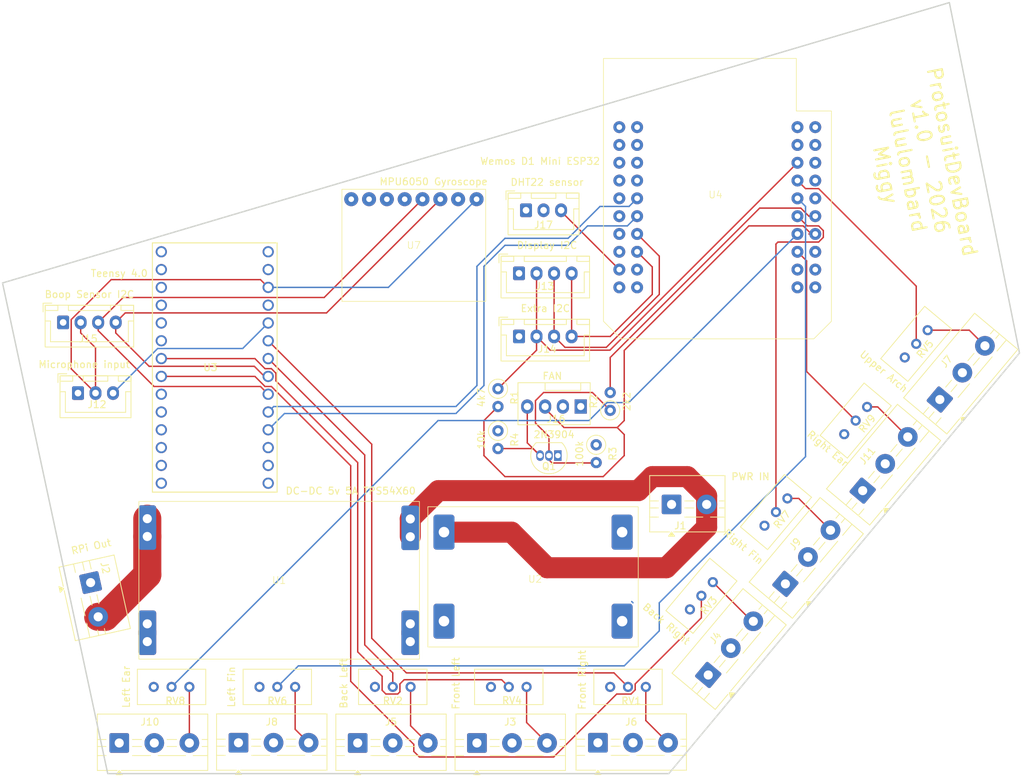
<source format=kicad_pcb>
(kicad_pcb (version 20241229) (generator "pcbnew") (generator_version "9.0")
  (layers (0 "F.Cu" power) (4 "In1.Cu" signal) (6 "In2.Cu" signal) (2 "B.Cu" power) (13 "F.Paste" user) (15 "B.Paste" user) (5 "F.SilkS" user "F.Silkscreen") (7 "B.SilkS" user "B.Silkscreen") (1 "F.Mask" user) (3 "B.Mask" user) (25 "Edge.Cuts" user))
  (net 0 "")
  (net 1 "Net-(J1-Pin_2)")
  (net 2 "Net-(J2-Pin_2)")
  (net 3 "GND")
  (net 4 "Net-(J3-Pin_3)")
  (net 5 "+5V")
  (net 6 "Net-(J4-Pin_3)")
  (net 7 "Net-(J5-Pin_3)")
  (net 8 "Net-(J6-Pin_3)")
  (net 9 "Net-(J7-Pin_3)")
  (net 10 "Net-(J8-Pin_3)")
  (net 11 "Net-(J9-Pin_3)")
  (net 12 "Net-(J10-Pin_3)")
  (net 13 "Net-(J11-Pin_3)")
  (net 14 "Net-(Q1-B)")
  (net 15 "Net-(J12-Pin_3)")
  (net 16 "Net-(J12-Pin_2)")
  (net 17 "Net-(J13-Pin_4)")
  (net 18 "Net-(J13-Pin_3)")
  (net 19 "Net-(J13-Pin_2)")
  (net 20 "Net-(J15-Pin_4)")
  (net 21 "Net-(U4-IO33)")
  (net 22 "Net-(J15-Pin_3)")
  (net 32 "Net-(U3-5_IN2)")
  (net 34 "Net-(U3-17_A3_TX4_SDA1)")
  (net 36 "Net-(U3-20_A6_TX5_LRCLK1)")
  (net 45 "Net-(U3-21_A7_RX5_BCLK1)")
  (net 48 "Net-(U3-6_OUT1D)")
  (net 51 "Net-(U3-16_A2_RX4_SCL1)")
  (net 58 "Net-(U4-IO5)")
  (net 63 "Net-(U4-IO23)")
  (net 66 "Net-(J16-Pin_3)")
  (net 73 "Net-(U4-IO19)")
  (net 74 "Net-(U4-IO18)")
  (net 77 "Net-(J16-Pin_4)")
  (net 78 "Net-(J17-Pin_3)")
  (net 83 "Net-(U4-IO26)")
  (footprint "TerminalBlock:TerminalBlock_MaiXu_MX126-5.0-02P_1x02_P5.00mm" (layer "F.Cu") (at 174.75 106.9675)
    (property "Reference" "J1" (at 1.25 3.0325 0) (layer "F.SilkS"))
    (property "Value" "PWR IN" (at 11.25 -3.9675 0) (layer "F.SilkS"))
    (pad "1" thru_hole roundrect (at 0 0) (size 2.8 2.8) (drill 1.3) (layers "*.Cu" "*.Mask") (roundrect_rratio 0.089286) (net 3 "GND"))
    (pad "2" thru_hole circle (at 5 0) (size 2.8 2.8) (drill 1.3) (layers "*.Cu" "*.Mask") (net 1 "Net-(J1-Pin_2)"))
  )
  (footprint "Connector_JST:JST_XH_B4B-XH-A_1x04_P2.50mm_Vertical" (layer "F.Cu") (at 88 81)
    (property "Reference" "J15" (at 3.580525 2.330201 0) (layer "F.SilkS"))
    (property "Value" "Boop Sensor I2C" (at 3.75 -4 0) (layer "F.SilkS"))
    (pad "1" thru_hole roundrect (at 0 0) (size 1.7 1.95) (drill 0.95) (layers "*.Cu" "*.Mask") (roundrect_rratio 0.147059) (net 3 "GND"))
    (pad "2" thru_hole oval (at 2.5 0) (size 1.7 1.95) (drill 0.95) (layers "*.Cu" "*.Mask") (net 16 "Net-(J12-Pin_2)"))
    (pad "3" thru_hole oval (at 5 0) (size 1.7 1.95) (drill 0.95) (layers "*.Cu" "*.Mask") (net 22 "Net-(J15-Pin_3)"))
    (pad "4" thru_hole oval (at 7.5 0) (size 1.7 1.95) (drill 0.95) (layers "*.Cu" "*.Mask") (net 20 "Net-(J15-Pin_4)"))
  )
  (footprint "TerminalBlock:TerminalBlock_MaiXu_MX126-5.0-03P_1x03_P5.00mm" (layer "F.Cu") (at 213 92 50)
    (property "Reference" "J7" (at 4.759106 -2.762267 50) (layer "F.SilkS"))
    (property "Value" "Upper Arch" (at -2.078123 -8.699506 140) (layer "F.SilkS"))
    (pad "1" thru_hole roundrect (at 0 0 50) (size 2.8 2.8) (drill 1.3) (layers "*.Cu" "*.Mask") (roundrect_rratio 0.089286) (net 3 "GND"))
    (pad "2" thru_hole circle (at 5 0 50) (size 2.8 2.8) (drill 1.3) (layers "*.Cu" "*.Mask") (net 5 "+5V"))
    (pad "3" thru_hole circle (at 10 0 50) (size 2.8 2.8) (drill 1.3) (layers "*.Cu" "*.Mask") (net 9 "Net-(J7-Pin_3)"))
  )
  (footprint "Potentiometer_THT:Potentiometer_Bourns_3296W_Vertical" (layer "F.Cu") (at 106 133)
    (property "Reference" "RV8" (at -2 2 0) (layer "F.SilkS"))
    (property "Value" "Left Ear Adj" (hide yes))
    (pad "1" thru_hole circle (at 0 0) (size 1.44 1.44) (drill 0.8) (layers "*.Cu" "*.Mask") (net 12 "Net-(J10-Pin_3)"))
    (pad "2" thru_hole circle (at -2.54 0) (size 1.44 1.44) (drill 0.8) (layers "*.Cu" "*.Mask") (net 74 "Net-(U4-IO18)"))
    (pad "3" thru_hole circle (at -5.08 0) (size 1.44 1.44) (drill 0.8) (layers "*.Cu" "*.Mask"))
  )
  (footprint "Resistor_THT:R_Axial_DIN0207_L6.3mm_D2.5mm_P2.54mm_Vertical" (layer "F.Cu") (at 164 98.46 -90)
    (property "Reference" "R3" (at 1.27 -2.37 90) (layer "F.SilkS"))
    (property "Value" "100k" (at 1.27 2.37 90) (layer "F.SilkS"))
    (pad "1" thru_hole circle (at 0 0 270) (size 1.6 1.6) (drill 0.8) (layers "*.Cu" "*.Mask") (net 3 "GND"))
    (pad "2" thru_hole circle (at 2.54 0 270) (size 1.6 1.6) (drill 0.8) (layers "*.Cu" "*.Mask") (net 14 "Net-(Q1-B)"))
  )
  (footprint "Aliexpress:DC_DC_5V_8A_CRDC2580" (layer "F.Cu") (at 155 116)
    (property "Reference" "U2" (at 0.3 1.62 0) (layer "F.SilkS") (effects (font (thickness 0.1))))
    (property "Value" "DC-DC 5v 8A CRDC2580")
    (pad "1" thru_hole roundrect (at -12.7 -5.08) (size 3 5) (drill 1.5) (layers "*.Cu" "*.Mask") (roundrect_rratio 0.15) (net 1 "Net-(J1-Pin_2)"))
    (pad "2" thru_hole roundrect (at -12.7 7.62) (size 3 5) (drill 1.5) (layers "*.Cu" "*.Mask") (roundrect_rratio 0.15) (net 3 "GND"))
    (pad "3" thru_hole roundrect (at 12.7 -5.08) (size 3 5) (drill 1.5) (layers "*.Cu" "*.Mask") (roundrect_rratio 0.15) (net 5 "+5V"))
    (pad "4" thru_hole roundrect (at 12.7 7.62) (size 3 5) (drill 1.5) (layers "*.Cu" "*.Mask") (roundrect_rratio 0.15) (net 3 "GND"))
  )
  (footprint "Aliexpress:DC_DC_5V_5A_TPS54X60" (layer "F.Cu") (at 120 119.04 180)
    (property "Reference" "U1" (at 1.21 1.25 0) (layer "F.SilkS") (effects (font (thickness 0.1))))
    (property "Value" "DC-DC 5v 5A TPS54X60" (at -9 14 0) (layer "F.SilkS"))
    (pad "1" thru_hole roundrect (at -17.5 7.459999 180) (size 2.54 3.81) (drill 1.3) (layers "*.Cu" "*.Mask") (roundrect_rratio 0.15) (net 1 "Net-(J1-Pin_2)"))
    (pad "1" thru_hole roundrect (at -17.5 10 180) (size 2.54 3.81) (drill 1.3) (layers "*.Cu" "*.Mask") (roundrect_rratio 0.15) (net 1 "Net-(J1-Pin_2)"))
    (pad "2" thru_hole roundrect (at -17.5 -7.5 180) (size 2.54 3.81) (drill 1.3) (layers "*.Cu" "*.Mask") (roundrect_rratio 0.15) (net 3 "GND"))
    (pad "2" thru_hole roundrect (at -17.5 -4.96 180) (size 2.54 3.81) (drill 1.3) (layers "*.Cu" "*.Mask") (roundrect_rratio 0.15) (net 3 "GND"))
    (pad "3" thru_hole roundrect (at 20 7.5 180) (size 2.54 3.81) (drill 1.3) (layers "*.Cu" "*.Mask") (roundrect_rratio 0.15) (net 2 "Net-(J2-Pin_2)"))
    (pad "3" thru_hole roundrect (at 20 10.04 180) (size 2.54 3.81) (drill 1.3) (layers "*.Cu" "*.Mask") (roundrect_rratio 0.15) (net 2 "Net-(J2-Pin_2)"))
    (pad "4" thru_hole roundrect (at 20 -7.5 180) (size 2.54 3.81) (drill 1.3) (layers "*.Cu" "*.Mask") (roundrect_rratio 0.15) (net 3 "GND"))
    (pad "4" thru_hole roundrect (at 20 -4.959999 180) (size 2.54 3.81) (drill 1.3) (layers "*.Cu" "*.Mask") (roundrect_rratio 0.15) (net 3 "GND"))
  )
  (footprint "TerminalBlock:TerminalBlock_MaiXu_MX126-5.0-03P_1x03_P5.00mm" (layer "F.Cu") (at 130 141)
    (property "Reference" "J5" (at 4.75 -3 0) (layer "F.SilkS"))
    (property "Value" "Back Left" (at -2 -8.5 90) (layer "F.SilkS"))
    (pad "1" thru_hole roundrect (at 0 0) (size 2.8 2.8) (drill 1.3) (layers "*.Cu" "*.Mask") (roundrect_rratio 0.089286) (net 3 "GND"))
    (pad "2" thru_hole circle (at 5 0) (size 2.8 2.8) (drill 1.3) (layers "*.Cu" "*.Mask") (net 5 "+5V"))
    (pad "3" thru_hole circle (at 10 0) (size 2.8 2.8) (drill 1.3) (layers "*.Cu" "*.Mask") (net 7 "Net-(J5-Pin_3)"))
  )
  (footprint "Resistor_THT:R_Axial_DIN0207_L6.3mm_D2.5mm_P2.54mm_Vertical" (layer "F.Cu") (at 166 93.54 90)
    (property "Reference" "R2" (at 1.27 -2.37 90) (layer "F.SilkS"))
    (property "Value" "2k2" (at 1.27 2.37 90) (layer "F.SilkS"))
    (pad "1" thru_hole circle (at 0 0 90) (size 1.6 1.6) (drill 0.8) (layers "*.Cu" "*.Mask") (net 14 "Net-(Q1-B)"))
    (pad "2" thru_hole circle (at 2.54 0 90) (size 1.6 1.6) (drill 0.8) (layers "*.Cu" "*.Mask") (net 21 "Net-(U4-IO33)"))
  )
  (footprint "TerminalBlock:TerminalBlock_MaiXu_MX126-5.0-03P_1x03_P5.00mm" (layer "F.Cu") (at 96 141)
    (property "Reference" "J10" (at 4.38 -3 0) (layer "F.SilkS"))
    (property "Value" "Left Ear" (at 1 -8 90) (layer "F.SilkS"))
    (pad "1" thru_hole roundrect (at 0 0) (size 2.8 2.8) (drill 1.3) (layers "*.Cu" "*.Mask") (roundrect_rratio 0.089286) (net 3 "GND"))
    (pad "2" thru_hole circle (at 5 0) (size 2.8 2.8) (drill 1.3) (layers "*.Cu" "*.Mask") (net 5 "+5V"))
    (pad "3" thru_hole circle (at 10 0) (size 2.8 2.8) (drill 1.3) (layers "*.Cu" "*.Mask") (net 12 "Net-(J10-Pin_3)"))
  )
  (footprint "Potentiometer_THT:Potentiometer_Bourns_3296W_Vertical" (layer "F.Cu") (at 121.08 133)
    (property "Reference" "RV6" (at -2.54 2 0) (layer "F.SilkS"))
    (property "Value" "Left Fin Adj" (hide yes))
    (pad "1" thru_hole circle (at 0 0) (size 1.44 1.44) (drill 0.8) (layers "*.Cu" "*.Mask") (net 10 "Net-(J8-Pin_3)"))
    (pad "2" thru_hole circle (at -2.54 0) (size 1.44 1.44) (drill 0.8) (layers "*.Cu" "*.Mask") (net 63 "Net-(U4-IO23)"))
    (pad "3" thru_hole circle (at -5.08 0) (size 1.44 1.44) (drill 0.8) (layers "*.Cu" "*.Mask"))
  )
  (footprint "Connector:FanPinHeader_1x04_P2.54mm_Vertical_No_Via" (layer "F.Cu") (at 161.8 93 180)
    (property "Reference" "J16" (at 3.516761 -1.778602 0) (layer "F.SilkS"))
    (property "Value" "FAN" (at 4.05 4.35 0) (layer "F.SilkS"))
    (pad "1" thru_hole rect (at 0 0 270) (size 2.03 1.73) (drill 1.02) (layers "*.Cu" "*.Mask") (net 3 "GND"))
    (pad "2" thru_hole oval (at 2.54 0 270) (size 2.03 1.73) (drill 1.02) (layers "*.Cu" "*.Mask") (net 5 "+5V"))
    (pad "3" thru_hole oval (at 5.08 0 270) (size 2.03 1.73) (drill 1.02) (layers "*.Cu" "*.Mask") (net 66 "Net-(J16-Pin_3)"))
    (pad "4" thru_hole oval (at 7.62 0 270) (size 2.03 1.73) (drill 1.02) (layers "*.Cu" "*.Mask") (net 77 "Net-(J16-Pin_4)"))
  )
  (footprint "Connector_JST:JST_XH_B3B-XH-A_1x03_P2.50mm_Vertical" (layer "F.Cu") (at 90.11852 91.082198)
    (property "Reference" "J12" (at 2.712448 1.625615 0) (layer "F.SilkS"))
    (property "Value" "Microphone input" (at 0.88148 -4.082198 0) (layer "F.SilkS"))
    (pad "1" thru_hole roundrect (at 0 0) (size 1.7 1.95) (drill 0.95) (layers "*.Cu" "*.Mask") (roundrect_rratio 0.147059) (net 3 "GND"))
    (pad "2" thru_hole oval (at 2.5 0) (size 1.7 1.95) (drill 0.95) (layers "*.Cu" "*.Mask") (net 16 "Net-(J12-Pin_2)"))
    (pad "3" thru_hole oval (at 5 0) (size 1.7 1.95) (drill 0.95) (layers "*.Cu" "*.Mask") (net 15 "Net-(J12-Pin_3)"))
  )
  (footprint "TerminalBlock:TerminalBlock_MaiXu_MX126-5.0-03P_1x03_P5.00mm" (layer "F.Cu") (at 147 141)
    (property "Reference" "J3" (at 4.75 -3 0) (layer "F.SilkS"))
    (property "Value" "Front Left" (at -3 -8.5 90) (layer "F.SilkS"))
    (pad "1" thru_hole roundrect (at 0 0) (size 2.8 2.8) (drill 1.3) (layers "*.Cu" "*.Mask") (roundrect_rratio 0.089286) (net 3 "GND"))
    (pad "2" thru_hole circle (at 5 0) (size 2.8 2.8) (drill 1.3) (layers "*.Cu" "*.Mask") (net 5 "+5V"))
    (pad "3" thru_hole circle (at 10 0) (size 2.8 2.8) (drill 1.3) (layers "*.Cu" "*.Mask") (net 4 "Net-(J3-Pin_3)"))
  )
  (footprint "TerminalBlock:TerminalBlock_MaiXu_MX126-5.0-03P_1x03_P5.00mm" (layer "F.Cu") (at 202 105 50)
    (property "Reference" "J11" (at 4.236703 -2.695161 50) (layer "F.SilkS"))
    (property "Value" "Right Ear" (at 1.382329 -7.686948 140) (layer "F.SilkS"))
    (pad "1" thru_hole roundrect (at 0 0 50) (size 2.8 2.8) (drill 1.3) (layers "*.Cu" "*.Mask") (roundrect_rratio 0.089286) (net 3 "GND"))
    (pad "2" thru_hole circle (at 5 0 50) (size 2.8 2.8) (drill 1.3) (layers "*.Cu" "*.Mask") (net 5 "+5V"))
    (pad "3" thru_hole circle (at 10 0 50) (size 2.8 2.8) (drill 1.3) (layers "*.Cu" "*.Mask") (net 13 "Net-(J11-Pin_3)"))
  )
  (footprint "Potentiometer_THT:Potentiometer_Bourns_3296W_Vertical" (layer "F.Cu") (at 180.632681 118.054247 50)
    (property "Reference" "RV3" (at -2.926003 1.708353 50) (layer "F.SilkS"))
    (property "Value" "Back Right Adj" (hide yes))
    (pad "1" thru_hole circle (at 0 0 50) (size 1.44 1.44) (drill 0.8) (layers "*.Cu" "*.Mask") (net 6 "Net-(J4-Pin_3)"))
    (pad "2" thru_hole circle (at -2.54 0 50) (size 1.44 1.44) (drill 0.8) (layers "*.Cu" "*.Mask") (net 48 "Net-(U3-6_OUT1D)"))
    (pad "3" thru_hole circle (at -5.08 0 50) (size 1.44 1.44) (drill 0.8) (layers "*.Cu" "*.Mask"))
  )
  (footprint "TerminalBlock:TerminalBlock_MaiXu_MX126-5.0-03P_1x03_P5.00mm" (layer "F.Cu") (at 179.980466 131.300224 50)
    (property "Reference" "J4" (at 4.715551 -2.62591 50) (layer "F.SilkS"))
    (property "Value" "Back Right" (at 1.748127 -9.273796 140) (layer "F.SilkS"))
    (pad "1" thru_hole roundrect (at 0 0 50) (size 2.8 2.8) (drill 1.3) (layers "*.Cu" "*.Mask") (roundrect_rratio 0.089286) (net 3 "GND"))
    (pad "2" thru_hole circle (at 5 0 50) (size 2.8 2.8) (drill 1.3) (layers "*.Cu" "*.Mask") (net 5 "+5V"))
    (pad "3" thru_hole circle (at 10 0 50) (size 2.8 2.8) (drill 1.3) (layers "*.Cu" "*.Mask") (net 6 "Net-(J4-Pin_3)"))
  )
  (footprint "Resistor_THT:R_Axial_DIN0207_L6.3mm_D2.5mm_P2.54mm_Vertical" (layer "F.Cu") (at 150 90.46 -90)
    (property "Reference" "R1" (at 1.27 -2.37 90) (layer "F.SilkS"))
    (property "Value" "4k7" (at 1.27 2.37 90) (layer "F.SilkS"))
    (pad "1" thru_hole circle (at 0 0 270) (size 1.6 1.6) (drill 0.8) (layers "*.Cu" "*.Mask") (net 19 "Net-(J13-Pin_2)"))
    (pad "2" thru_hole circle (at 2.54 0 270) (size 1.6 1.6) (drill 0.8) (layers "*.Cu" "*.Mask") (net 66 "Net-(J16-Pin_3)"))
  )
  (footprint "Potentiometer_THT:Potentiometer_Bourns_3296W_Vertical" (layer "F.Cu") (at 211.265361 82.108494 50)
    (property "Reference" "RV5" (at -2.312503 1.45505 50) (layer "F.SilkS"))
    (property "Value" "Upper Arch Adj" (hide yes))
    (pad "1" thru_hole circle (at 0 0 50) (size 1.44 1.44) (drill 0.8) (layers "*.Cu" "*.Mask") (net 9 "Net-(J7-Pin_3)"))
    (pad "2" thru_hole circle (at -2.54 0 50) (size 1.44 1.44) (drill 0.8) (layers "*.Cu" "*.Mask") (net 58 "Net-(U4-IO5)"))
    (pad "3" thru_hole circle (at -5.08 0 50) (size 1.44 1.44) (drill 0.8) (layers "*.Cu" "*.Mask"))
  )
  (footprint "Connector_JST:JST_XH_B4B-XH-A_1x04_P2.50mm_Vertical" (layer "F.Cu") (at 153 83)
    (property "Reference" "J14" (at 4.030013 1.791421 0) (layer "F.SilkS"))
    (property "Value" "Extra I2C" (at 3.75 -4 0) (layer "F.SilkS"))
    (pad "1" thru_hole roundrect (at 0 0) (size 1.7 1.95) (drill 0.95) (layers "*.Cu" "*.Mask") (roundrect_rratio 0.147059) (net 3 "GND"))
    (pad "2" thru_hole oval (at 2.5 0) (size 1.7 1.95) (drill 0.95) (layers "*.Cu" "*.Mask") (net 19 "Net-(J13-Pin_2)"))
    (pad "3" thru_hole oval (at 5 0) (size 1.7 1.95) (drill 0.95) (layers "*.Cu" "*.Mask") (net 18 "Net-(J13-Pin_3)"))
    (pad "4" thru_hole oval (at 7.5 0) (size 1.7 1.95) (drill 0.95) (layers "*.Cu" "*.Mask") (net 17 "Net-(J13-Pin_4)"))
  )
  (footprint "Potentiometer_THT:Potentiometer_Bourns_3296W_Vertical" (layer "F.Cu") (at 154.08 133)
    (property "Reference" "RV4" (at -2.08 1.935 0) (layer "F.SilkS"))
    (property "Value" "Front Left Adj" (hide yes))
    (pad "1" thru_hole circle (at 0 0) (size 1.44 1.44) (drill 0.8) (layers "*.Cu" "*.Mask") (net 4 "Net-(J3-Pin_3)"))
    (pad "2" thru_hole circle (at -2.54 0) (size 1.44 1.44) (drill 0.8) (layers "*.Cu" "*.Mask") (net 32 "Net-(U3-5_IN2)"))
    (pad "3" thru_hole circle (at -5.08 0) (size 1.44 1.44) (drill 0.8) (layers "*.Cu" "*.Mask"))
  )
  (footprint "TerminalBlock:TerminalBlock_MaiXu_MX126-5.0-03P_1x03_P5.00mm" (layer "F.Cu") (at 164.25 140.9675)
    (property "Reference" "J6" (at 4.750001 -2.9675 0) (layer "F.SilkS"))
    (property "Value" "Front Right" (at -2.25 -8.9675 90) (layer "F.SilkS"))
    (pad "1" thru_hole roundrect (at 0 0) (size 2.8 2.8) (drill 1.3) (layers "*.Cu" "*.Mask") (roundrect_rratio 0.089286) (net 3 "GND"))
    (pad "2" thru_hole circle (at 5 0) (size 2.8 2.8) (drill 1.3) (layers "*.Cu" "*.Mask") (net 5 "+5V"))
    (pad "3" thru_hole circle (at 10 0) (size 2.8 2.8) (drill 1.3) (layers "*.Cu" "*.Mask") (net 8 "Net-(J6-Pin_3)"))
  )
  (footprint "Aliexpress:GYRO_MPU6050" (layer "F.Cu") (at 136.7 68.5)
    (property "Reference" "U7" (at 1.3 1.5 0) (layer "F.SilkS") (effects (font (thickness 0.1))))
    (property "Value" "MPU6050 Gyroscope" (at 4.12 -7.58 0) (layer "F.SilkS"))
    (pad "1" thru_hole circle (at 10.25 -5.08) (size 2 2) (drill 0.8) (layers "*.Cu" "*.Mask") (net 16 "Net-(J12-Pin_2)"))
    (pad "2" thru_hole circle (at 7.62 -5.08) (size 2 2) (drill 0.8) (layers "*.Cu" "*.Mask") (net 3 "GND"))
    (pad "3" thru_hole circle (at 5.08 -5.08) (size 2 2) (drill 0.8) (layers "*.Cu" "*.Mask") (net 20 "Net-(J15-Pin_4)"))
    (pad "4" thru_hole circle (at 2.54 -5.08) (size 2 2) (drill 0.8) (layers "*.Cu" "*.Mask") (net 22 "Net-(J15-Pin_3)"))
    (pad "5" thru_hole circle (at 0 -5.08) (size 2 2) (drill 0.8) (layers "*.Cu" "*.Mask"))
    (pad "6" thru_hole circle (at -2.54 -5.08) (size 2 2) (drill 0.8) (layers "*.Cu" "*.Mask"))
    (pad "7" thru_hole circle (at -5.08 -5.08) (size 2 2) (drill 0.8) (layers "*.Cu" "*.Mask"))
    (pad "8" thru_hole circle (at -7.62 -5.08) (size 2 2) (drill 0.8) (layers "*.Cu" "*.Mask"))
  )
  (footprint "Potentiometer_THT:Potentiometer_Bourns_3296W_Vertical" (layer "F.Cu") (at 202.63268 93.054247 50)
    (property "Reference" "RV9" (at -1.821689 1.545455 50) (layer "F.SilkS"))
    (property "Value" "Right Ear Adj" (hide yes))
    (pad "1" thru_hole circle (at 0 0 50) (size 1.44 1.44) (drill 0.8) (layers "*.Cu" "*.Mask") (net 13 "Net-(J11-Pin_3)"))
    (pad "2" thru_hole circle (at -2.54 0 50) (size 1.44 1.44) (drill 0.8) (layers "*.Cu" "*.Mask") (net 83 "Net-(U4-IO26)"))
    (pad "3" thru_hole circle (at -5.08 0 50) (size 1.44 1.44) (drill 0.8) (layers "*.Cu" "*.Mask"))
  )
  (footprint "Potentiometer_THT:Potentiometer_Bourns_3296W_Vertical" (layer "F.Cu") (at 171.08 133)
    (property "Reference" "RV1" (at -2.08 2 0) (layer "F.SilkS"))
    (property "Value" "Front Right Adj" (hide yes))
    (pad "1" thru_hole circle (at 0 0) (size 1.44 1.44) (drill 0.8) (layers "*.Cu" "*.Mask") (net 8 "Net-(J6-Pin_3)"))
    (pad "2" thru_hole circle (at -2.54 0) (size 1.44 1.44) (drill 0.8) (layers "*.Cu" "*.Mask") (net 45 "Net-(U3-21_A7_RX5_BCLK1)"))
    (pad "3" thru_hole circle (at -5.08 0) (size 1.44 1.44) (drill 0.8) (layers "*.Cu" "*.Mask"))
  )
  (footprint "TerminalBlock:TerminalBlock_MaiXu_MX126-5.0-03P_1x03_P5.00mm" (layer "F.Cu") (at 190.980466 118.300224 50)
    (property "Reference" "J9" (at 5.250854 -2.583951 50) (layer "F.SilkS"))
    (property "Value" "Right Fin" (at 0.203481 -8.003185 140) (layer "F.SilkS"))
    (pad "1" thru_hole roundrect (at 0 0 50) (size 2.8 2.8) (drill 1.3) (layers "*.Cu" "*.Mask") (roundrect_rratio 0.089286) (net 3 "GND"))
    (pad "2" thru_hole circle (at 5 0 50) (size 2.8 2.8) (drill 1.3) (layers "*.Cu" "*.Mask") (net 5 "+5V"))
    (pad "3" thru_hole circle (at 10 0 50) (size 2.8 2.8) (drill 1.3) (layers "*.Cu" "*.Mask") (net 11 "Net-(J9-Pin_3)"))
  )
  (footprint "Resistor_THT:R_Axial_DIN0207_L6.3mm_D2.5mm_P2.54mm_Vertical" (layer "F.Cu") (at 150 96.46 -90)
    (property "Reference" "R4" (at 1.27 -2.37 90) (layer "F.SilkS"))
    (property "Value" "10k" (at 1.27 2.37 90) (layer "F.SilkS"))
    (pad "1" thru_hole circle (at 0 0 270) (size 1.6 1.6) (drill 0.8) (layers "*.Cu" "*.Mask") (net 5 "+5V"))
    (pad "2" thru_hole circle (at 2.54 0 270) (size 1.6 1.6) (drill 0.8) (layers "*.Cu" "*.Mask") (net 77 "Net-(J16-Pin_4)"))
  )
  (footprint "TerminalBlock:TerminalBlock_MaiXu_MX126-5.0-02P_1x02_P5.00mm" (layer "F.Cu") (at 91.917802 118.11852 -77.5)
    (property "Reference" "J2" (at -1.617632 -2.491373 102.5) (layer "F.SilkS"))
    (property "Value" "RPi Out" (at -4.9794 -1.1881 12.5) (layer "F.SilkS"))
    (pad "1" thru_hole roundrect (at 0 0 282.5) (size 2.8 2.8) (drill 1.3) (layers "*.Cu" "*.Mask") (roundrect_rratio 0.089286) (net 3 "GND"))
    (pad "2" thru_hole circle (at 5 0 282.5) (size 2.8 2.8) (drill 1.3) (layers "*.Cu" "*.Mask") (net 2 "Net-(J2-Pin_2)"))
  )
  (footprint "Potentiometer_THT:Potentiometer_Bourns_3296W_Vertical" (layer "F.Cu") (at 137.54 132.995)
    (property "Reference" "RV2" (at -2.54 2 0) (layer "F.SilkS"))
    (property "Value" "Back Left Adj" (hide yes))
    (pad "1" thru_hole circle (at 0 0) (size 1.44 1.44) (drill 0.8) (layers "*.Cu" "*.Mask") (net 7 "Net-(J5-Pin_3)"))
    (pad "2" thru_hole circle (at -2.54 0) (size 1.44 1.44) (drill 0.8) (layers "*.Cu" "*.Mask") (net 36 "Net-(U3-20_A6_TX5_LRCLK1)"))
    (pad "3" thru_hole circle (at -5.08 0) (size 1.44 1.44) (drill 0.8) (layers "*.Cu" "*.Mask"))
  )
  (footprint "Package_TO_SOT_THT:TO-92_Inline" (layer "F.Cu") (at 158.54 100 180)
    (property "Reference" "Q1" (at 1.254425 -1.532089 0) (layer "F.SilkS"))
    (property "Value" "2N3904" (at 0.54 3 0) (layer "F.SilkS"))
    (pad "1" thru_hole rect (at 0 0 180) (size 1.05 1.5) (drill 0.75) (layers "*.Cu" "*.Mask") (net 3 "GND"))
    (pad "2" thru_hole oval (at 1.269999 0 180) (size 1.05 1.5) (drill 0.75) (layers "*.Cu" "*.Mask") (net 14 "Net-(Q1-B)"))
    (pad "3" thru_hole oval (at 2.54 0 180) (size 1.05 1.5) (drill 0.75) (layers "*.Cu" "*.Mask") (net 77 "Net-(J16-Pin_4)"))
  )
  (footprint "Connector_JST:JST_XH_B3B-XH-A_1x03_P2.50mm_Vertical" (layer "F.Cu") (at 154 65)
    (property "Reference" "J17" (at 2.488517 2.08811 0) (layer "F.SilkS"))
    (property "Value" "DHT22 sensor" (at 3 -4 0) (layer "F.SilkS"))
    (pad "1" thru_hole roundrect (at 0 0) (size 1.7 1.95) (drill 0.95) (layers "*.Cu" "*.Mask") (roundrect_rratio 0.147059) (net 3 "GND"))
    (pad "2" thru_hole oval (at 2.500001 0.000001) (size 1.7 1.95) (drill 0.95) (layers "*.Cu" "*.Mask") (net 5 "+5V"))
    (pad "3" thru_hole oval (at 4.999999 0.000001) (size 1.7 1.95) (drill 0.95) (layers "*.Cu" "*.Mask") (net 78 "Net-(J17-Pin_3)"))
  )
  (footprint "Connector_JST:JST_XH_B4B-XH-A_1x04_P2.50mm_Vertical" (layer "F.Cu") (at 153 74)
    (property "Reference" "J13" (at 3.688743 1.842054 0) (layer "F.SilkS"))
    (property "Value" "Display I2C" (at 4 -4 0) (layer "F.SilkS"))
    (pad "1" thru_hole roundrect (at 0 0) (size 1.7 1.95) (drill 0.95) (layers "*.Cu" "*.Mask") (roundrect_rratio 0.147059) (net 3 "GND"))
    (pad "2" thru_hole oval (at 2.5 0) (size 1.7 1.95) (drill 0.95) (layers "*.Cu" "*.Mask") (net 19 "Net-(J13-Pin_2)"))
    (pad "3" thru_hole oval (at 5 0) (size 1.7 1.95) (drill 0.95) (layers "*.Cu" "*.Mask") (net 18 "Net-(J13-Pin_3)"))
    (pad "4" thru_hole oval (at 7.5 0) (size 1.7 1.95) (drill 0.95) (layers "*.Cu" "*.Mask") (net 17 "Net-(J13-Pin_4)"))
  )
  (footprint "TerminalBlock:TerminalBlock_MaiXu_MX126-5.0-03P_1x03_P5.00mm" (layer "F.Cu") (at 113 140.9675)
    (property "Reference" "J8" (at 4.75 -2.9675 0) (layer "F.SilkS"))
    (property "Value" "Left Fin" (at -1 -7.9675 90) (layer "F.SilkS"))
    (pad "1" thru_hole roundrect (at 0 0) (size 2.8 2.8) (drill 1.3) (layers "*.Cu" "*.Mask") (roundrect_rratio 0.089286) (net 3 "GND"))
    (pad "2" thru_hole circle (at 5 0) (size 2.8 2.8) (drill 1.3) (layers "*.Cu" "*.Mask") (net 5 "+5V"))
    (pad "3" thru_hole circle (at 10 0) (size 2.8 2.8) (drill 1.3) (layers "*.Cu" "*.Mask") (net 10 "Net-(J8-Pin_3)"))
  )
  (footprint "Potentiometer_THT:Potentiometer_Bourns_3296W_Vertical" (layer "F.Cu") (at 191.265361 106.108494 50)
    (property "Reference" "RV7" (at -2.803316 1.359645 50) (layer "F.SilkS"))
    (property "Value" "Right Fin Adj" (hide yes))
    (pad "1" thru_hole circle (at 0 0 50) (size 1.44 1.44) (drill 0.8) (layers "*.Cu" "*.Mask") (net 11 "Net-(J9-Pin_3)"))
    (pad "2" thru_hole circle (at -2.54 0 50) (size 1.44 1.44) (drill 0.8) (layers "*.Cu" "*.Mask") (net 73 "Net-(U4-IO19)"))
    (pad "3" thru_hole circle (at -5.08 0 50) (size 1.44 1.44) (drill 0.8) (layers "*.Cu" "*.Mask"))
  )
  (footprint "teensy:Teensy40_minimal_pins" (layer "F.Cu") (at 109.62 87.43 -90)
    (property "Reference" "U3" (at 0 0.62 0) (layer "F.SilkS"))
    (property "Value" "Teensy 4.0" (at -13.43 13.62 0) (layer "F.SilkS"))
    (pad "1" thru_hole circle (at -16.51 7.62 270) (size 1.6 1.6) (drill 1.1) (layers "*.Cu" "*.Mask") (net 3 "GND"))
    (pad "2" thru_hole circle (at -13.97 7.62 270) (size 1.6 1.6) (drill 1.1) (layers "*.Cu" "*.Mask"))
    (pad "3" thru_hole circle (at -11.43 7.62 270) (size 1.6 1.6) (drill 1.1) (layers "*.Cu" "*.Mask"))
    (pad "4" thru_hole circle (at -8.89 7.62 270) (size 1.6 1.6) (drill 1.1) (layers "*.Cu" "*.Mask"))
    (pad "5" thru_hole circle (at -6.35 7.62 270) (size 1.6 1.6) (drill 1.1) (layers "*.Cu" "*.Mask"))
    (pad "6" thru_hole circle (at -3.81 7.62 270) (size 1.6 1.6) (drill 1.1) (layers "*.Cu" "*.Mask"))
    (pad "7" thru_hole circle (at -1.27 7.62 270) (size 1.6 1.6) (drill 1.1) (layers "*.Cu" "*.Mask") (net 32 "Net-(U3-5_IN2)"))
    (pad "8" thru_hole circle (at 1.27 7.62 270) (size 1.6 1.6) (drill 1.1) (layers "*.Cu" "*.Mask") (net 48 "Net-(U3-6_OUT1D)"))
    (pad "9" thru_hole circle (at 3.81 7.62 270) (size 1.6 1.6) (drill 1.1) (layers "*.Cu" "*.Mask"))
    (pad "10" thru_hole circle (at 6.35 7.62 270) (size 1.6 1.6) (drill 1.1) (layers "*.Cu" "*.Mask"))
    (pad "11" thru_hole circle (at 8.89 7.62 270) (size 1.6 1.6) (drill 1.1) (layers "*.Cu" "*.Mask"))
    (pad "12" thru_hole circle (at 11.43 7.62 270) (size 1.6 1.6) (drill 1.1) (layers "*.Cu" "*.Mask"))
    (pad "13" thru_hole circle (at 13.97 7.62 270) (size 1.6 1.6) (drill 1.1) (layers "*.Cu" "*.Mask"))
    (pad "14" thru_hole circle (at 16.51 7.62 270) (size 1.6 1.6) (drill 1.1) (layers "*.Cu" "*.Mask"))
    (pad "20" thru_hole circle (at 16.51 -7.62 270) (size 1.6 1.6) (drill 1.1) (layers "*.Cu" "*.Mask"))
    (pad "21" thru_hole circle (at 13.97 -7.62 270) (size 1.6 1.6) (drill 1.1) (layers "*.Cu" "*.Mask"))
    (pad "22" thru_hole circle (at 11.43 -7.62 270) (size 1.6 1.6) (drill 1.1) (layers "*.Cu" "*.Mask"))
    (pad "23" thru_hole circle (at 8.89 -7.62 270) (size 1.6 1.6) (drill 1.1) (layers "*.Cu" "*.Mask") (net 51 "Net-(U3-16_A2_RX4_SCL1)"))
    (pad "24" thru_hole circle (at 6.35 -7.62 270) (size 1.6 1.6) (drill 1.1) (layers "*.Cu" "*.Mask") (net 34 "Net-(U3-17_A3_TX4_SDA1)"))
    (pad "25" thru_hole circle (at 3.81 -7.62 270) (size 1.6 1.6) (drill 1.1) (layers "*.Cu" "*.Mask") (net 22 "Net-(J15-Pin_3)"))
    (pad "26" thru_hole circle (at 1.27 -7.62 270) (size 1.6 1.6) (drill 1.1) (layers "*.Cu" "*.Mask") (net 20 "Net-(J15-Pin_4)"))
    (pad "27" thru_hole circle (at -1.27 -7.62 270) (size 1.6 1.6) (drill 1.1) (layers "*.Cu" "*.Mask") (net 36 "Net-(U3-20_A6_TX5_LRCLK1)"))
    (pad "28" thru_hole circle (at -3.81 -7.62 270) (size 1.6 1.6) (drill 1.1) (layers "*.Cu" "*.Mask") (net 45 "Net-(U3-21_A7_RX5_BCLK1)"))
    (pad "29" thru_hole circle (at -6.35 -7.62 270) (size 1.6 1.6) (drill 1.1) (layers "*.Cu" "*.Mask") (net 15 "Net-(J12-Pin_3)"))
    (pad "30" thru_hole circle (at -8.89 -7.62 270) (size 1.6 1.6) (drill 1.1) (layers "*.Cu" "*.Mask"))
    (pad "31" thru_hole circle (at -11.43 -7.62 270) (size 1.6 1.6) (drill 1.1) (layers "*.Cu" "*.Mask") (net 16 "Net-(J12-Pin_2)"))
    (pad "32" thru_hole circle (at -13.97 -7.62 270) (size 1.6 1.6) (drill 1.1) (layers "*.Cu" "*.Mask") (net 3 "GND"))
    (pad "33" thru_hole circle (at -16.51 -7.62 270) (size 1.6 1.6) (drill 1.1) (layers "*.Cu" "*.Mask") (net 5 "+5V"))
  )
  (footprint "Aliexpress:ESP32_MIN132_V_1_0_0" (layer "F.Cu") (at 180 63.3 180)
    (property "Reference" "U4" (at -1.016769 0.512214 0) (layer "F.SilkS") (effects (font (thickness 0.1))))
    (property "Value" "Wemos D1 Mini ESP32" (at 24 5.3 0) (layer "F.SilkS"))
    (pad "1" thru_hole circle (at -15.24 -12.7 180) (size 1.7 1.7) (drill 0.8) (layers "*.Cu" "*.Mask") (net 3 "GND"))
    (pad "2" thru_hole circle (at -15.24 -10.16 180) (size 1.7 1.7) (drill 0.8) (layers "*.Cu" "*.Mask"))
    (pad "3" thru_hole circle (at -15.24 -7.62 180) (size 1.7 1.7) (drill 0.8) (layers "*.Cu" "*.Mask"))
    (pad "4" thru_hole circle (at -15.24 -5.08 180) (size 1.7 1.7) (drill 0.8) (layers "*.Cu" "*.Mask") (net 66 "Net-(J16-Pin_3)"))
    (pad "5" thru_hole circle (at -15.24 -2.54 180) (size 1.7 1.7) (drill 0.8) (layers "*.Cu" "*.Mask") (net 21 "Net-(U4-IO33)"))
    (pad "6" thru_hole circle (at -15.24 0 180) (size 1.7 1.7) (drill 0.8) (layers "*.Cu" "*.Mask"))
    (pad "7" thru_hole circle (at -15.240001 2.54 180) (size 1.7 1.7) (drill 0.8) (layers "*.Cu" "*.Mask"))
    (pad "8" thru_hole circle (at -15.24 5.08 180) (size 1.7 1.7) (drill 0.8) (layers "*.Cu" "*.Mask"))
    (pad "9" thru_hole circle (at -15.24 7.62 180) (size 1.7 1.7) (drill 0.8) (layers "*.Cu" "*.Mask"))
    (pad "10" thru_hole circle (at -15.24 10.16 180) (size 1.7 1.7) (drill 0.8) (layers "*.Cu" "*.Mask"))
    (pad "11" thru_hole circle (at -12.7 -12.7 180) (size 1.7 1.7) (drill 0.8) (layers "*.Cu" "*.Mask"))
    (pad "12" thru_hole circle (at -12.7 -10.16 180) (size 1.7 1.7) (drill 0.8) (layers "*.Cu" "*.Mask"))
    (pad "13" thru_hole circle (at -12.7 -7.62 180) (size 1.7 1.7) (drill 0.8) (layers "*.Cu" "*.Mask") (net 83 "Net-(U4-IO26)"))
    (pad "14" thru_hole circle (at -12.7 -5.08 180) (size 1.7 1.7) (drill 0.8) (layers "*.Cu" "*.Mask") (net 74 "Net-(U4-IO18)"))
    (pad "15" thru_hole circle (at -12.7 -2.54 180) (size 1.7 1.7) (drill 0.8) (layers "*.Cu" "*.Mask") (net 73 "Net-(U4-IO19)"))
    (pad "16" thru_hole circle (at -12.7 0 180) (size 1.7 1.7) (drill 0.8) (layers "*.Cu" "*.Mask") (net 63 "Net-(U4-IO23)"))
    (pad "17" thru_hole circle (at -12.7 2.54 180) (size 1.7 1.7) (drill 0.8) (layers "*.Cu" "*.Mask") (net 58 "Net-(U4-IO5)"))
    (pad "18" thru_hole circle (at -12.7 5.08 180) (size 1.7 1.7) (drill 0.8) (layers "*.Cu" "*.Mask") (net 19 "Net-(J13-Pin_2)"))
    (pad "19" thru_hole circle (at -12.7 7.62 180) (size 1.7 1.7) (drill 0.8) (layers "*.Cu" "*.Mask"))
    (pad "20" thru_hole circle (at -12.7 10.16 180) (size 1.7 1.7) (drill 0.8) (layers "*.Cu" "*.Mask"))
    (pad "21" thru_hole circle (at 10.16 -12.7 180) (size 1.7 1.7) (drill 0.8) (layers "*.Cu" "*.Mask"))
    (pad "22" thru_hole circle (at 10.16 -10.16 180) (size 1.7 1.7) (drill 0.8) (layers "*.Cu" "*.Mask"))
    (pad "23" thru_hole circle (at 10.16 -7.62 180) (size 1.7 1.7) (drill 0.8) (layers "*.Cu" "*.Mask") (net 17 "Net-(J13-Pin_4)"))
    (pad "24" thru_hole circle (at 10.16 -5.08 180) (size 1.7 1.7) (drill 0.8) (layers "*.Cu" "*.Mask") (net 18 "Net-(J13-Pin_3)"))
    (pad "25" thru_hole circle (at 10.16 -2.54 180) (size 1.7 1.7) (drill 0.8) (layers "*.Cu" "*.Mask") (net 51 "Net-(U3-16_A2_RX4_SCL1)"))
    (pad "26" thru_hole circle (at 10.159999 0 180) (size 1.7 1.7) (drill 0.8) (layers "*.Cu" "*.Mask") (net 34 "Net-(U3-17_A3_TX4_SDA1)"))
    (pad "27" thru_hole circle (at 10.16 2.54 180) (size 1.7 1.7) (drill 0.8) (layers "*.Cu" "*.Mask") (net 3 "GND"))
    (pad "28" thru_hole circle (at 10.16 5.08 180) (size 1.7 1.7) (drill 0.8) (layers "*.Cu" "*.Mask") (net 5 "+5V"))
    (pad "29" thru_hole circle (at 10.16 7.62 180) (size 1.7 1.7) (drill 0.8) (layers "*.Cu" "*.Mask"))
    (pad "30" thru_hole circle (at 10.16 10.16 180) (size 1.7 1.7) (drill 0.8) (layers "*.Cu" "*.Mask"))
    (pad "31" thru_hole circle (at 12.7 -12.7 180) (size 1.7 1.7) (drill 0.8) (layers "*.Cu" "*.Mask") (net 3 "GND"))
    (pad "32" thru_hole circle (at 12.7 -10.16 180) (size 1.7 1.7) (drill 0.8) (layers "*.Cu" "*.Mask") (net 78 "Net-(J17-Pin_3)"))
    (pad "33" thru_hole circle (at 12.7 -7.62 180) (size 1.7 1.7) (drill 0.8) (layers "*.Cu" "*.Mask"))
    (pad "34" thru_hole circle (at 12.7 -5.08 180) (size 1.7 1.7) (drill 0.8) (layers "*.Cu" "*.Mask"))
    (pad "35" thru_hole circle (at 12.7 -2.54 180) (size 1.7 1.7) (drill 0.8) (layers "*.Cu" "*.Mask"))
    (pad "36" thru_hole circle (at 12.7 0 180) (size 1.7 1.7) (drill 0.8) (layers "*.Cu" "*.Mask"))
    (pad "37" thru_hole circle (at 12.7 2.54 180) (size 1.7 1.7) (drill 0.8) (layers "*.Cu" "*.Mask"))
    (pad "38" thru_hole circle (at 12.7 5.08 180) (size 1.7 1.7) (drill 0.8) (layers "*.Cu" "*.Mask"))
    (pad "39" thru_hole circle (at 12.7 7.62 180) (size 1.7 1.7) (drill 0.8) (layers "*.Cu" "*.Mask"))
    (pad "40" thru_hole circle (at 12.7 10.16 180) (size 1.7 1.7) (drill 0.8) (layers "*.Cu" "*.Mask"))
  )
  (gr_poly (pts (xy 94.358135 145.367219) (xy 174.358135 145.367219) (xy 224.358135 85.367219) (xy 214.358135 35.367219) (xy 79.358135 75.367219)) (stroke (width 0.2)) (fill no) (layer "Edge.Cuts"))
  (gr_text "ProtosuitDevBoard\nv1.0 - 2026\nlululombard\nMiggy" (at 210 59 281) (layer "F.SilkS") (effects (font (size 2 2) (thickness 0.3) (bold yes))))
  (segment (start 141.5 105) (end 137.5 109) (width 3) (layer "F.Cu") (net 1))
  (segment (start 177 103) (end 172 103) (width 3) (layer "F.Cu") (net 1))
  (segment (start 157 116) (end 174 116) (width 3) (layer "F.Cu") (net 1))
  (segment (start 172 103) (end 170 105) (width 3) (layer "F.Cu") (net 1))
  (segment (start 174 116) (end 179.75 110.25) (width 3) (layer "F.Cu") (net 1))
  (segment (start 151.92 110.92) (end 157 116) (width 3) (layer "F.Cu") (net 1))
  (segment (start 179.75 105.75) (end 177 103) (width 3) (layer "F.Cu") (net 1))
  (segment (start 142.3 110.92) (end 151.92 110.92) (width 3) (layer "F.Cu") (net 1))
  (segment (start 170 105) (end 141.5 105) (width 3) (layer "F.Cu") (net 1))
  (segment (start 179.75 110.25) (end 179.75 106.9675) (width 3) (layer "F.Cu") (net 1))
  (segment (start 179.75 106.9675) (end 179.75 105.75) (width 3) (layer "F.Cu") (net 1))
  (segment (start 137.5 109) (end 137.5 111.540001) (width 3) (layer "F.Cu") (net 1))
  (segment (start 100 109) (end 100 111.54) (width 4) (layer "F.Cu") (net 2))
  (segment (start 100 117) (end 100 111.54) (width 4) (layer "F.Cu") (net 2))
  (segment (start 93 123) (end 94 123) (width 4) (layer "F.Cu") (net 2))
  (segment (start 94 123) (end 100 117) (width 4) (layer "F.Cu") (net 2))
  (segment (start 154.08 138.08) (end 157 141) (width 0.2) (layer "F.Cu") (net 4))
  (segment (start 154.08 133) (end 154.08 138.08) (width 0.2) (layer "F.Cu") (net 4))
  (segment (start 180.632681 118.054247) (end 186.218214 123.63978) (width 0.2) (layer "F.Cu") (net 6))
  (segment (start 186.218214 123.63978) (end 186.408342 123.63978) (width 0.2) (layer "F.Cu") (net 6))
  (segment (start 137.54 132.995) (end 137.54 138.54) (width 0.2) (layer "F.Cu") (net 7))
  (segment (start 137.54 138.54) (end 140 141) (width 0.2) (layer "F.Cu") (net 7))
  (segment (start 171.08 137.7975) (end 174.25 140.9675) (width 0.2) (layer "F.Cu") (net 8))
  (segment (start 171.08 133) (end 171.08 137.7975) (width 0.2) (layer "F.Cu") (net 8))
  (segment (start 217.196815 82.108494) (end 219.427876 84.339555) (width 0.2) (layer "F.Cu") (net 9))
  (segment (start 211.265361 82.108494) (end 217.196815 82.108494) (width 0.2) (layer "F.Cu") (net 9))
  (segment (start 121.08 133) (end 121.08 139.0475) (width 0.2) (layer "F.Cu") (net 10))
  (segment (start 121.08 139.0475) (end 123 140.9675) (width 0.2) (layer "F.Cu") (net 10))
  (segment (start 191.265361 106.108494) (end 192.877057 106.108494) (width 0.2) (layer "F.Cu") (net 11))
  (segment (start 192.877057 106.108494) (end 197.408342 110.639779) (width 0.2) (layer "F.Cu") (net 11))
  (segment (start 106 133) (end 106 141) (width 0.2) (layer "F.Cu") (net 12))
  (segment (start 204.142568 93.054247) (end 208.427876 97.339555) (width 0.2) (layer "F.Cu") (net 13))
  (segment (start 202.63268 93.054247) (end 204.142568 93.054247) (width 0.2) (layer "F.Cu") (net 13))
  (segment (start 155.345999 92.160514) (end 155.345999 95.360205) (width 0.2) (layer "F.Cu") (net 14))
  (segment (start 163.949 101.051) (end 157.714 101.051) (width 0.2) (layer "F.Cu") (net 14))
  (segment (start 164 101) (end 163.949 101.051) (width 0.2) (layer "F.Cu") (net 14))
  (segment (start 157.270001 97.284207) (end 157.270001 100) (width 0.2) (layer "F.Cu") (net 14))
  (segment (start 156.506513 91) (end 155.345999 92.160514) (width 0.2) (layer "F.Cu") (net 14))
  (segment (start 157.714 101.051) (end 157.270001 100.607001) (width 0.2) (layer "F.Cu") (net 14))
  (segment (start 166 93.54) (end 163.46 91) (width 0.2) (layer "F.Cu") (net 14))
  (segment (start 157.270001 100.607001) (end 157.270001 100) (width 0.2) (layer "F.Cu") (net 14))
  (segment (start 155.345999 95.360205) (end 157.270001 97.284207) (width 0.2) (layer "F.Cu") (net 14))
  (segment (start 163.46 91) (end 156.506513 91) (width 0.2) (layer "F.Cu") (net 14))
  (segment (start 95.11852 91.082198) (end 101.479718 84.721) (width 0.2) (layer "B.Cu") (net 15))
  (segment (start 113.599 84.721) (end 117.24 81.08) (width 0.2) (layer "B.Cu") (net 15))
  (segment (start 101.479718 84.721) (end 113.599 84.721) (width 0.2) (layer "B.Cu") (net 15))
  (segment (start 92.61852 91.082198) (end 92.61852 84.61852) (width 0.2) (layer "F.Cu") (net 16))
  (segment (start 90.5 82.5) (end 92.61852 84.61852) (width 0.2) (layer "F.Cu") (net 16))
  (segment (start 117.24 76) (end 116.139 74.899) (width 0.2) (layer "F.Cu") (net 16))
  (segment (start 89.151 87.614678) (end 92.61852 91.082198) (width 0.2) (layer "F.Cu") (net 16))
  (segment (start 116.139 74.899) (end 94.84824 74.899) (width 0.2) (layer "F.Cu") (net 16))
  (segment (start 94.84824 74.899) (end 89.151 80.59624) (width 0.2) (layer "F.Cu") (net 16))
  (segment (start 89.151 80.59624) (end 89.151 87.614678) (width 0.2) (layer "F.Cu") (net 16))
  (segment (start 90.5 81) (end 90.5 82.5) (width 0.2) (layer "F.Cu") (net 16))
  (segment (start 146.95 63.42) (end 134.37 76) (width 0.2) (layer "B.Cu") (net 16))
  (segment (start 134.37 76) (end 117.24 76) (width 0.2) (layer "B.Cu") (net 16))
  (segment (start 172 77) (end 172 73.08) (width 0.2) (layer "F.Cu") (net 17))
  (segment (start 172 73.08) (end 169.84 70.92) (width 0.2) (layer "F.Cu") (net 17))
  (segment (start 166 83) (end 172 77) (width 0.2) (layer "F.Cu") (net 17))
  (segment (start 160.5 83) (end 166 83) (width 0.2) (layer "F.Cu") (net 17))
  (segment (start 160.5 74) (end 160.5 83) (width 0.2) (layer "F.Cu") (net 17))
  (segment (start 159.55705 84.55705) (end 165.44295 84.55705) (width 0.2) (layer "F.Cu") (net 18))
  (segment (start 173 71.54) (end 169.84 68.38) (width 0.2) (layer "F.Cu") (net 18))
  (segment (start 165.44295 84.55705) (end 173 77) (width 0.2) (layer "F.Cu") (net 18))
  (segment (start 158 74) (end 158 83) (width 0.2) (layer "F.Cu") (net 18))
  (segment (start 158 83) (end 159.55705 84.55705) (width 0.2) (layer "F.Cu") (net 18))
  (segment (start 173 77) (end 173 71.54) (width 0.2) (layer "F.Cu") (net 18))
  (segment (start 157.45805 84.95805) (end 165.96195 84.95805) (width 0.2) (layer "F.Cu") (net 19))
  (segment (start 165.96195 84.95805) (end 192.7 58.22) (width 0.2) (layer "F.Cu") (net 19))
  (segment (start 155.5 74) (end 155.5 83) (width 0.2) (layer "F.Cu") (net 19))
  (segment (start 155.5 83) (end 155.5 84.96) (width 0.2) (layer "F.Cu") (net 19))
  (segment (start 155.5 84.96) (end 150 90.46) (width 0.2) (layer "F.Cu") (net 19))
  (segment (start 155.5 83) (end 157.45805 84.95805) (width 0.2) (layer "F.Cu") (net 19))
  (segment (start 115.261 87.261) (end 116.7 88.7) (width 0.2) (layer "F.Cu") (net 20))
  (segment (start 95.5 82.5) (end 100.261 87.261) (width 0.2) (layer "F.Cu") (net 20))
  (segment (start 125.559 79.641) (end 96.859 79.641) (width 0.2) (layer "F.Cu") (net 20))
  (segment (start 95.5 81) (end 95.5 82.5) (width 0.2) (layer "F.Cu") (net 20))
  (segment (start 141.78 63.42) (end 125.559 79.641) (width 0.2) (layer "F.Cu") (net 20))
  (segment (start 116.7 88.7) (end 117.24 88.7) (width 0.2) (layer "F.Cu") (net 20))
  (segment (start 100.261 87.261) (end 115.261 87.261) (width 0.2) (layer "F.Cu") (net 20))
  (segment (start 96.859 79.641) (end 95.5 81) (width 0.2) (layer "F.Cu") (net 20))
  (segment (start 194.32776 65.84) (end 195.24 65.84) (width 0.2) (layer "F.Cu") (net 21))
  (segment (start 187.311 64.689) (end 193.17676 64.689) (width 0.2) (layer "F.Cu") (net 21))
  (segment (start 166 86) (end 187.311 64.689) (width 0.2) (layer "F.Cu") (net 21))
  (segment (start 193.17676 64.689) (end 194.32776 65.84) (width 0.2) (layer "F.Cu") (net 21))
  (segment (start 166 91) (end 166 86) (width 0.2) (layer "F.Cu") (net 21))
  (segment (start 93 81) (end 93 82.175) (width 0.2) (layer "F.Cu") (net 22))
  (segment (start 96.561 77.439) (end 93 81) (width 0.2) (layer "F.Cu") (net 22))
  (segment (start 125.221 77.439) (end 96.561 77.439) (width 0.2) (layer "F.Cu") (net 22))
  (segment (start 116.139 90.139) (end 117.24 91.24) (width 0.2) (layer "F.Cu") (net 22))
  (segment (start 139.24 63.42) (end 125.221 77.439) (width 0.2) (layer "F.Cu") (net 22))
  (segment (start 93 82.175) (end 100.964 90.139) (width 0.2) (layer "F.Cu") (net 22))
  (segment (start 100.964 90.139) (end 116.139 90.139) (width 0.2) (layer "F.Cu") (net 22))
  (segment (start 116.78395 87.599) (end 115.34495 86.16) (width 0.2) (layer "F.Cu") (net 32))
  (segment (start 150.514 131.974) (end 136.619087 131.974) (width 0.2) (layer "F.Cu") (net 32))
  (segment (start 151.54 133) (end 150.514 131.974) (width 0.2) (layer "F.Cu") (net 32))
  (segment (start 130 128) (end 130 101) (width 0.2) (layer "F.Cu") (net 32))
  (segment (start 118.341 89.341) (end 118.341 88.24395) (width 0.2) (layer "F.Cu") (net 32))
  (segment (start 133.481 131.481) (end 130 128) (width 0.2) (layer "F.Cu") (net 32))
  (segment (start 130 101) (end 118.341 89.341) (width 0.2) (layer "F.Cu") (net 32))
  (segment (start 136.619087 131.974) (end 136.021 132.572087) (width 0.2) (layer "F.Cu") (net 32))
  (segment (start 118.341 88.24395) (end 117.69605 87.599) (width 0.2) (layer "F.Cu") (net 32))
  (segment (start 117.69605 87.599) (end 116.78395 87.599) (width 0.2) (layer "F.Cu") (net 32))
  (segment (start 134.016 134.016) (end 133.481 133.481) (width 0.2) (layer "F.Cu") (net 32))
  (segment (start 135.703456 134.016) (end 134.016 134.016) (width 0.2) (layer "F.Cu") (net 32))
  (segment (start 136.021 132.572087) (end 136.021 133.698456) (width 0.2) (layer "F.Cu") (net 32))
  (segment (start 136.021 133.698456) (end 135.703456 134.016) (width 0.2) (layer "F.Cu") (net 32))
  (segment (start 133.481 133.481) (end 133.481 131.481) (width 0.2) (layer "F.Cu") (net 32))
  (segment (start 115.34495 86.16) (end 102 86.16) (width 0.2) (layer "F.Cu") (net 32))
  (segment (start 118.02 93) (end 144 93) (width 0.2) (layer "B.Cu") (net 34))
  (segment (start 144 93) (end 147 90) (width 0.2) (layer "B.Cu") (net 34))
  (segment (start 164.549 64.451) (end 168.689001 64.451) (width 0.2) (layer "B.Cu") (net 34))
  (segment (start 147 90) (end 147 73) (width 0.2) (layer "B.Cu") (net 34))
  (segment (start 160 69) (end 164.549 64.451) (width 0.2) (layer "B.Cu") (net 34))
  (segment (start 151 69) (end 160 69) (width 0.2) (layer "B.Cu") (net 34))
  (segment (start 117.24 93.78) (end 118.02 93) (width 0.2) (layer "B.Cu") (net 34))
  (segment (start 147 73) (end 151 69) (width 0.2) (layer "B.Cu") (net 34))
  (segment (start 168.689001 64.451) (end 169.840001 63.3) (width 0.2) (layer "B.Cu") (net 34))
  (segment (start 131 127) (end 131 99.92) (width 0.2) (layer "F.Cu") (net 36))
  (segment (start 135 131) (end 131 127) (width 0.2) (layer "F.Cu") (net 36))
  (segment (start 131 99.92) (end 117.24 86.16) (width 0.2) (layer "F.Cu") (net 36))
  (segment (start 135 132.995) (end 135 131) (width 0.2) (layer "F.Cu") (net 36))
  (segment (start 166.54 131) (end 136.939993 131) (width 0.2) (layer "F.Cu") (net 45))
  (segment (start 136.939993 131) (end 132 126.060007) (width 0.2) (layer "F.Cu") (net 45))
  (segment (start 168.54 133) (end 166.54 131) (width 0.2) (layer "F.Cu") (net 45))
  (segment (start 132 98.38) (end 117.24 83.62) (width 0.2) (layer "F.Cu") (net 45))
  (segment (start 132 126.060007) (end 132 98.38) (width 0.2) (layer "F.Cu") (net 45))
  (segment (start 169.561 133.422913) (end 168.962913 134.021) (width 0.2) (layer "F.Cu") (net 48))
  (segment (start 179 123.138087) (end 169.561 132.577087) (width 0.2) (layer "F.Cu") (net 48))
  (segment (start 179 120) (end 179 123.138087) (width 0.2) (layer "F.Cu") (net 48))
  (segment (start 138 142.202789) (end 138 141.202789) (width 0.2) (layer "F.Cu") (net 48))
  (segment (start 129 132.202789) (end 129 101.44295) (width 0.2) (layer "F.Cu") (net 48))
  (segment (start 138.797211 143) (end 138 142.202789) (width 0.2) (layer "F.Cu") (net 48))
  (segment (start 117.69605 90.139) (end 116.78395 90.139) (width 0.2) (layer "F.Cu") (net 48))
  (segment (start 115.34495 88.7) (end 102 88.7) (width 0.2) (layer "F.Cu") (net 48))
  (segment (start 169.561 132.577087) (end 169.561 133.422913) (width 0.2) (layer "F.Cu") (net 48))
  (segment (start 129 101.44295) (end 117.69605 90.139) (width 0.2) (layer "F.Cu") (net 48))
  (segment (start 157.941913 143) (end 138.797211 143) (width 0.2) (layer "F.Cu") (net 48))
  (segment (start 166.920913 134.021) (end 157.941913 143) (width 0.2) (layer "F.Cu") (net 48))
  (segment (start 138 141.202789) (end 129 132.202789) (width 0.2) (layer "F.Cu") (net 48))
  (segment (start 116.78395 90.139) (end 115.34495 88.7) (width 0.2) (layer "F.Cu") (net 48))
  (segment (start 168.962913 134.021) (end 166.920913 134.021) (width 0.2) (layer "F.Cu") (net 48))
  (segment (start 168.451 67.229) (end 162.771 67.229) (width 0.2) (layer "B.Cu") (net 51))
  (segment (start 162.771 67.229) (end 160 70) (width 0.2) (layer "B.Cu") (net 51))
  (segment (start 148 73) (end 148 90) (width 0.2) (layer "B.Cu") (net 51))
  (segment (start 119.56 94) (end 117.24 96.32) (width 0.2) (layer "B.Cu") (net 51))
  (segment (start 169.84 65.84) (end 168.451 67.229) (width 0.2) (layer "B.Cu") (net 51))
  (segment (start 144 94) (end 119.56 94) (width 0.2) (layer "B.Cu") (net 51))
  (segment (start 160 70) (end 151 70) (width 0.2) (layer "B.Cu") (net 51))
  (segment (start 151 70) (end 148 73) (width 0.2) (layer "B.Cu") (net 51))
  (segment (start 148 90) (end 144 94) (width 0.2) (layer "B.Cu") (net 51))
  (segment (start 193.851 61.911) (end 192.7 60.76) (width 0.2) (layer "F.Cu") (net 58))
  (segment (start 209.63268 84.054247) (end 209.63268 75.826919) (width 0.2) (layer "F.Cu") (net 58))
  (segment (start 209.63268 75.826919) (end 195.716761 61.911) (width 0.2) (layer "F.Cu") (net 58))
  (segment (start 195.716761 61.911) (end 193.851 61.911) (width 0.2) (layer "F.Cu") (net 58))
  (segment (start 173 125) (end 173 121) (width 0.2) (layer "B.Cu") (net 63))
  (segment (start 173 121) (end 193.851 100.149) (width 0.2) (layer "B.Cu") (net 63))
  (segment (start 169.249264 121) (end 169.068264 120.819) (width 0.2) (layer "B.Cu") (net 63))
  (segment (start 193.851 64.451) (end 192.7 63.3) (width 0.2) (layer "B.Cu") (net 63))
  (segment (start 121.54 130) (end 168 130) (width 0.2) (layer "B.Cu") (net 63))
  (segment (start 193.851 100.149) (end 193.851 64.451) (width 0.2) (layer "B.Cu") (net 63))
  (segment (start 118.54 133) (end 121.54 130) (width 0.2) (layer "B.Cu") (net 63))
  (segment (start 168 130) (end 173 125) (width 0.2) (layer "B.Cu") (net 63))
  (segment (start 168 85) (end 185.771 67.229) (width 0.2) (layer "F.Cu") (net 66))
  (segment (start 185.771 67.229) (end 193.5219 67.229) (width 0.2) (layer "F.Cu") (net 66))
  (segment (start 193.5219 67.229) (end 194.6729 68.38) (width 0.2) (layer "F.Cu") (net 66))
  (segment (start 148 100) (end 151 103) (width 0.2) (layer "F.Cu") (net 66))
  (segment (start 168 95) (end 168 85) (width 0.2) (layer "F.Cu") (net 66))
  (segment (start 165 103) (end 168 100) (width 0.2) (layer "F.Cu") (net 66))
  (segment (start 167 96) (end 168 95) (width 0.2) (layer "F.Cu") (net 66))
  (segment (start 195.24 68.38) (end 194.32776 68.38) (width 0.2) (layer "F.Cu") (net 66))
  (segment (start 168 100) (end 168 97) (width 0.2) (layer "F.Cu") (net 66))
  (segment (start 159.42 96) (end 167 96) (width 0.2) (layer "F.Cu") (net 66))
  (segment (start 168 97) (end 167 96) (width 0.2) (layer "F.Cu") (net 66))
  (segment (start 148 95) (end 148 100) (width 0.2) (layer "F.Cu") (net 66))
  (segment (start 151 103) (end 165 103) (width 0.2) (layer "F.Cu") (net 66))
  (segment (start 194.6729 68.38) (end 195.24 68.38) (width 0.2) (layer "F.Cu") (net 66))
  (segment (start 150 93) (end 148 95) (width 0.2) (layer "F.Cu") (net 66))
  (segment (start 156.72 93.3) (end 159.42 96) (width 0.2) (layer "F.Cu") (net 66))
  (segment (start 189.92124 69.531) (end 195.71676 69.531) (width 0.2) (layer "F.Cu") (net 73))
  (segment (start 189.63268 108.054247) (end 189.63268 69.81956) (width 0.2) (layer "F.Cu") (net 73))
  (segment (start 196.391 68.85676) (end 196.391 67.90324) (width 0.2) (layer "F.Cu") (net 73))
  (segment (start 195.71676 67.229) (end 194.089 67.229) (width 0.2) (layer "F.Cu") (net 73))
  (segment (start 189.63268 69.81956) (end 189.92124 69.531) (width 0.2) (layer "F.Cu") (net 73))
  (segment (start 195.71676 69.531) (end 196.391 68.85676) (width 0.2) (layer "F.Cu") (net 73))
  (segment (start 196.391 67.90324) (end 195.71676 67.229) (width 0.2) (layer "F.Cu") (net 73))
  (segment (start 194.089 67.229) (end 192.7 65.84) (width 0.2) (layer "F.Cu") (net 73))
  (segment (start 141.46 95) (end 162.98295 95) (width 0.2) (layer "B.Cu") (net 74))
  (segment (start 162.98295 95) (end 165.54395 92.439) (width 0.2) (layer "B.Cu") (net 74))
  (segment (start 103.46 133) (end 141.46 95) (width 0.2) (layer "B.Cu") (net 74))
  (segment (start 165.54395 92.439) (end 168.641 92.439) (width 0.2) (layer "B.Cu") (net 74))
  (segment (start 168.641 92.439) (end 192.7 68.38) (width 0.2) (layer "B.Cu") (net 74))
  (segment (start 155 99) (end 156 100) (width 0.2) (layer "F.Cu") (net 77))
  (segment (start 156 100) (end 154.179999 98.179999) (width 0.2) (layer "F.Cu") (net 77))
  (segment (start 154.179999 98.179999) (end 154.179999 93.3) (width 0.2) (layer "F.Cu") (net 77))
  (segment (start 150 99) (end 155 99) (width 0.2) (layer "F.Cu") (net 77))
  (segment (start 158.999999 65.159999) (end 167.3 73.46) (width 0.2) (layer "F.Cu") (net 78))
  (segment (start 158.999999 65.000001) (end 158.999999 65.159999) (width 0.2) (layer "F.Cu") (net 78))
  (segment (start 194 88.000001) (end 194 72.22) (width 0.2) (layer "F.Cu") (net 83))
  (segment (start 200.999999 95) (end 194 88.000001) (width 0.2) (layer "F.Cu") (net 83))
  (segment (start 194 72.22) (end 192.7 70.92) (width 0.2) (layer "F.Cu") (net 83))
)
</source>
